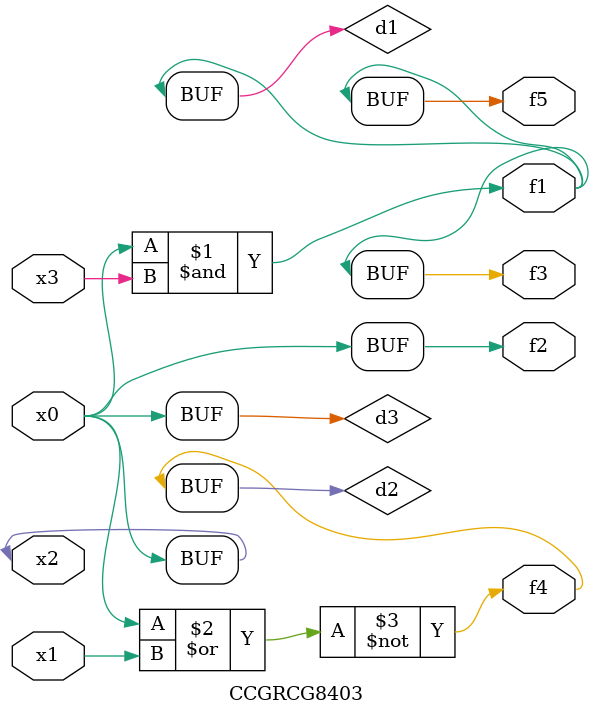
<source format=v>
module CCGRCG8403(
	input x0, x1, x2, x3,
	output f1, f2, f3, f4, f5
);

	wire d1, d2, d3;

	and (d1, x2, x3);
	nor (d2, x0, x1);
	buf (d3, x0, x2);
	assign f1 = d1;
	assign f2 = d3;
	assign f3 = d1;
	assign f4 = d2;
	assign f5 = d1;
endmodule

</source>
